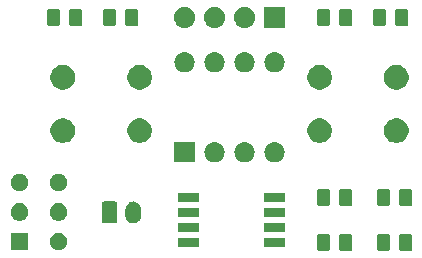
<source format=gbr>
G04 #@! TF.GenerationSoftware,KiCad,Pcbnew,(5.0.1-3-g963ef8bb5)*
G04 #@! TF.CreationDate,2019-02-13T22:27:56+01:00*
G04 #@! TF.ProjectId,main,6D61696E2E6B696361645F7063620000,rev?*
G04 #@! TF.SameCoordinates,Original*
G04 #@! TF.FileFunction,Soldermask,Top*
G04 #@! TF.FilePolarity,Negative*
%FSLAX46Y46*%
G04 Gerber Fmt 4.6, Leading zero omitted, Abs format (unit mm)*
G04 Created by KiCad (PCBNEW (5.0.1-3-g963ef8bb5)) date 2019 February 13, Wednesday 22:27:56*
%MOMM*%
%LPD*%
G01*
G04 APERTURE LIST*
%ADD10C,0.100000*%
G04 APERTURE END LIST*
D10*
G36*
X102909466Y-113553565D02*
X102948137Y-113565296D01*
X102983779Y-113584348D01*
X103015017Y-113609983D01*
X103040652Y-113641221D01*
X103059704Y-113676863D01*
X103071435Y-113715534D01*
X103076000Y-113761888D01*
X103076000Y-114838112D01*
X103071435Y-114884466D01*
X103059704Y-114923137D01*
X103040652Y-114958779D01*
X103015017Y-114990017D01*
X102983779Y-115015652D01*
X102948137Y-115034704D01*
X102909466Y-115046435D01*
X102863112Y-115051000D01*
X102211888Y-115051000D01*
X102165534Y-115046435D01*
X102126863Y-115034704D01*
X102091221Y-115015652D01*
X102059983Y-114990017D01*
X102034348Y-114958779D01*
X102015296Y-114923137D01*
X102003565Y-114884466D01*
X101999000Y-114838112D01*
X101999000Y-113761888D01*
X102003565Y-113715534D01*
X102015296Y-113676863D01*
X102034348Y-113641221D01*
X102059983Y-113609983D01*
X102091221Y-113584348D01*
X102126863Y-113565296D01*
X102165534Y-113553565D01*
X102211888Y-113549000D01*
X102863112Y-113549000D01*
X102909466Y-113553565D01*
X102909466Y-113553565D01*
G37*
G36*
X101034466Y-113553565D02*
X101073137Y-113565296D01*
X101108779Y-113584348D01*
X101140017Y-113609983D01*
X101165652Y-113641221D01*
X101184704Y-113676863D01*
X101196435Y-113715534D01*
X101201000Y-113761888D01*
X101201000Y-114838112D01*
X101196435Y-114884466D01*
X101184704Y-114923137D01*
X101165652Y-114958779D01*
X101140017Y-114990017D01*
X101108779Y-115015652D01*
X101073137Y-115034704D01*
X101034466Y-115046435D01*
X100988112Y-115051000D01*
X100336888Y-115051000D01*
X100290534Y-115046435D01*
X100251863Y-115034704D01*
X100216221Y-115015652D01*
X100184983Y-114990017D01*
X100159348Y-114958779D01*
X100140296Y-114923137D01*
X100128565Y-114884466D01*
X100124000Y-114838112D01*
X100124000Y-113761888D01*
X100128565Y-113715534D01*
X100140296Y-113676863D01*
X100159348Y-113641221D01*
X100184983Y-113609983D01*
X100216221Y-113584348D01*
X100251863Y-113565296D01*
X100290534Y-113553565D01*
X100336888Y-113549000D01*
X100988112Y-113549000D01*
X101034466Y-113553565D01*
X101034466Y-113553565D01*
G37*
G36*
X97829466Y-113553565D02*
X97868137Y-113565296D01*
X97903779Y-113584348D01*
X97935017Y-113609983D01*
X97960652Y-113641221D01*
X97979704Y-113676863D01*
X97991435Y-113715534D01*
X97996000Y-113761888D01*
X97996000Y-114838112D01*
X97991435Y-114884466D01*
X97979704Y-114923137D01*
X97960652Y-114958779D01*
X97935017Y-114990017D01*
X97903779Y-115015652D01*
X97868137Y-115034704D01*
X97829466Y-115046435D01*
X97783112Y-115051000D01*
X97131888Y-115051000D01*
X97085534Y-115046435D01*
X97046863Y-115034704D01*
X97011221Y-115015652D01*
X96979983Y-114990017D01*
X96954348Y-114958779D01*
X96935296Y-114923137D01*
X96923565Y-114884466D01*
X96919000Y-114838112D01*
X96919000Y-113761888D01*
X96923565Y-113715534D01*
X96935296Y-113676863D01*
X96954348Y-113641221D01*
X96979983Y-113609983D01*
X97011221Y-113584348D01*
X97046863Y-113565296D01*
X97085534Y-113553565D01*
X97131888Y-113549000D01*
X97783112Y-113549000D01*
X97829466Y-113553565D01*
X97829466Y-113553565D01*
G37*
G36*
X95954466Y-113553565D02*
X95993137Y-113565296D01*
X96028779Y-113584348D01*
X96060017Y-113609983D01*
X96085652Y-113641221D01*
X96104704Y-113676863D01*
X96116435Y-113715534D01*
X96121000Y-113761888D01*
X96121000Y-114838112D01*
X96116435Y-114884466D01*
X96104704Y-114923137D01*
X96085652Y-114958779D01*
X96060017Y-114990017D01*
X96028779Y-115015652D01*
X95993137Y-115034704D01*
X95954466Y-115046435D01*
X95908112Y-115051000D01*
X95256888Y-115051000D01*
X95210534Y-115046435D01*
X95171863Y-115034704D01*
X95136221Y-115015652D01*
X95104983Y-114990017D01*
X95079348Y-114958779D01*
X95060296Y-114923137D01*
X95048565Y-114884466D01*
X95044000Y-114838112D01*
X95044000Y-113761888D01*
X95048565Y-113715534D01*
X95060296Y-113676863D01*
X95079348Y-113641221D01*
X95104983Y-113609983D01*
X95136221Y-113584348D01*
X95171863Y-113565296D01*
X95210534Y-113553565D01*
X95256888Y-113549000D01*
X95908112Y-113549000D01*
X95954466Y-113553565D01*
X95954466Y-113553565D01*
G37*
G36*
X73282004Y-113480544D02*
X73369059Y-113497860D01*
X73505732Y-113554472D01*
X73565454Y-113594377D01*
X73628738Y-113636662D01*
X73733338Y-113741262D01*
X73733340Y-113741265D01*
X73815528Y-113864268D01*
X73872140Y-114000941D01*
X73901000Y-114146033D01*
X73901000Y-114293967D01*
X73872140Y-114439059D01*
X73815528Y-114575732D01*
X73815527Y-114575733D01*
X73733338Y-114698738D01*
X73628738Y-114803338D01*
X73628735Y-114803340D01*
X73505732Y-114885528D01*
X73369059Y-114942140D01*
X73285407Y-114958779D01*
X73223969Y-114971000D01*
X73076031Y-114971000D01*
X73014593Y-114958779D01*
X72930941Y-114942140D01*
X72794268Y-114885528D01*
X72671265Y-114803340D01*
X72671262Y-114803338D01*
X72566662Y-114698738D01*
X72484473Y-114575733D01*
X72484472Y-114575732D01*
X72427860Y-114439059D01*
X72399000Y-114293967D01*
X72399000Y-114146033D01*
X72427860Y-114000941D01*
X72484472Y-113864268D01*
X72566660Y-113741265D01*
X72566662Y-113741262D01*
X72671262Y-113636662D01*
X72734546Y-113594377D01*
X72794268Y-113554472D01*
X72930941Y-113497860D01*
X73017996Y-113480544D01*
X73076031Y-113469000D01*
X73223969Y-113469000D01*
X73282004Y-113480544D01*
X73282004Y-113480544D01*
G37*
G36*
X70601000Y-114971000D02*
X69099000Y-114971000D01*
X69099000Y-113469000D01*
X70601000Y-113469000D01*
X70601000Y-114971000D01*
X70601000Y-114971000D01*
G37*
G36*
X92341000Y-114676000D02*
X90539000Y-114676000D01*
X90539000Y-113924000D01*
X92341000Y-113924000D01*
X92341000Y-114676000D01*
X92341000Y-114676000D01*
G37*
G36*
X85041000Y-114676000D02*
X83239000Y-114676000D01*
X83239000Y-113924000D01*
X85041000Y-113924000D01*
X85041000Y-114676000D01*
X85041000Y-114676000D01*
G37*
G36*
X92341000Y-113406000D02*
X90539000Y-113406000D01*
X90539000Y-112654000D01*
X92341000Y-112654000D01*
X92341000Y-113406000D01*
X92341000Y-113406000D01*
G37*
G36*
X85041000Y-113406000D02*
X83239000Y-113406000D01*
X83239000Y-112654000D01*
X85041000Y-112654000D01*
X85041000Y-113406000D01*
X85041000Y-113406000D01*
G37*
G36*
X79597617Y-110843420D02*
X79679426Y-110868237D01*
X79720332Y-110880645D01*
X79742544Y-110892518D01*
X79833425Y-110941095D01*
X79833427Y-110941096D01*
X79833426Y-110941096D01*
X79906965Y-111001447D01*
X79932553Y-111022447D01*
X80013905Y-111121574D01*
X80013906Y-111121576D01*
X80074355Y-111234667D01*
X80076356Y-111241265D01*
X80111580Y-111357382D01*
X80121000Y-111453027D01*
X80121000Y-112066973D01*
X80111580Y-112162618D01*
X80100624Y-112198735D01*
X80074355Y-112285333D01*
X80064731Y-112303338D01*
X80013905Y-112398426D01*
X79932553Y-112497553D01*
X79833426Y-112578905D01*
X79833424Y-112578906D01*
X79720333Y-112639355D01*
X79679427Y-112651763D01*
X79597618Y-112676580D01*
X79470000Y-112689149D01*
X79342383Y-112676580D01*
X79260574Y-112651763D01*
X79219668Y-112639355D01*
X79106577Y-112578906D01*
X79106575Y-112578905D01*
X79007448Y-112497553D01*
X78926095Y-112398426D01*
X78875269Y-112303338D01*
X78865645Y-112285333D01*
X78839376Y-112198735D01*
X78828420Y-112162618D01*
X78819000Y-112066973D01*
X78819000Y-111453028D01*
X78828420Y-111357383D01*
X78863645Y-111241262D01*
X78865645Y-111234668D01*
X78918032Y-111136660D01*
X78926095Y-111121575D01*
X79007447Y-111022447D01*
X79106574Y-110941095D01*
X79141400Y-110922480D01*
X79219667Y-110880645D01*
X79260573Y-110868237D01*
X79342382Y-110843420D01*
X79470000Y-110830851D01*
X79597617Y-110843420D01*
X79597617Y-110843420D01*
G37*
G36*
X77961242Y-110838404D02*
X77998339Y-110849657D01*
X78032520Y-110867927D01*
X78062482Y-110892518D01*
X78087073Y-110922480D01*
X78105343Y-110956661D01*
X78116596Y-110993758D01*
X78121000Y-111038473D01*
X78121000Y-112481527D01*
X78116596Y-112526242D01*
X78105343Y-112563339D01*
X78087073Y-112597520D01*
X78062482Y-112627482D01*
X78032520Y-112652073D01*
X77998339Y-112670343D01*
X77961242Y-112681596D01*
X77916527Y-112686000D01*
X77023473Y-112686000D01*
X76978758Y-112681596D01*
X76941661Y-112670343D01*
X76907480Y-112652073D01*
X76877518Y-112627482D01*
X76852927Y-112597520D01*
X76834657Y-112563339D01*
X76823404Y-112526242D01*
X76819000Y-112481527D01*
X76819000Y-111038473D01*
X76823404Y-110993758D01*
X76834657Y-110956661D01*
X76852927Y-110922480D01*
X76877518Y-110892518D01*
X76907480Y-110867927D01*
X76941661Y-110849657D01*
X76978758Y-110838404D01*
X77023473Y-110834000D01*
X77916527Y-110834000D01*
X77961242Y-110838404D01*
X77961242Y-110838404D01*
G37*
G36*
X69982004Y-110980544D02*
X70069059Y-110997860D01*
X70205732Y-111054472D01*
X70306157Y-111121574D01*
X70328738Y-111136662D01*
X70433338Y-111241262D01*
X70433340Y-111241265D01*
X70515528Y-111364268D01*
X70572140Y-111500941D01*
X70601000Y-111646033D01*
X70601000Y-111793967D01*
X70572140Y-111939059D01*
X70515528Y-112075732D01*
X70515527Y-112075733D01*
X70433338Y-112198738D01*
X70328738Y-112303338D01*
X70328735Y-112303340D01*
X70205732Y-112385528D01*
X70069059Y-112442140D01*
X69982004Y-112459456D01*
X69923969Y-112471000D01*
X69776031Y-112471000D01*
X69717996Y-112459456D01*
X69630941Y-112442140D01*
X69494268Y-112385528D01*
X69371265Y-112303340D01*
X69371262Y-112303338D01*
X69266662Y-112198738D01*
X69184473Y-112075733D01*
X69184472Y-112075732D01*
X69127860Y-111939059D01*
X69099000Y-111793967D01*
X69099000Y-111646033D01*
X69127860Y-111500941D01*
X69184472Y-111364268D01*
X69266660Y-111241265D01*
X69266662Y-111241262D01*
X69371262Y-111136662D01*
X69393843Y-111121574D01*
X69494268Y-111054472D01*
X69630941Y-110997860D01*
X69717996Y-110980544D01*
X69776031Y-110969000D01*
X69923969Y-110969000D01*
X69982004Y-110980544D01*
X69982004Y-110980544D01*
G37*
G36*
X73282004Y-110980544D02*
X73369059Y-110997860D01*
X73505732Y-111054472D01*
X73606157Y-111121574D01*
X73628738Y-111136662D01*
X73733338Y-111241262D01*
X73733340Y-111241265D01*
X73815528Y-111364268D01*
X73872140Y-111500941D01*
X73901000Y-111646033D01*
X73901000Y-111793967D01*
X73872140Y-111939059D01*
X73815528Y-112075732D01*
X73815527Y-112075733D01*
X73733338Y-112198738D01*
X73628738Y-112303338D01*
X73628735Y-112303340D01*
X73505732Y-112385528D01*
X73369059Y-112442140D01*
X73282004Y-112459456D01*
X73223969Y-112471000D01*
X73076031Y-112471000D01*
X73017996Y-112459456D01*
X72930941Y-112442140D01*
X72794268Y-112385528D01*
X72671265Y-112303340D01*
X72671262Y-112303338D01*
X72566662Y-112198738D01*
X72484473Y-112075733D01*
X72484472Y-112075732D01*
X72427860Y-111939059D01*
X72399000Y-111793967D01*
X72399000Y-111646033D01*
X72427860Y-111500941D01*
X72484472Y-111364268D01*
X72566660Y-111241265D01*
X72566662Y-111241262D01*
X72671262Y-111136662D01*
X72693843Y-111121574D01*
X72794268Y-111054472D01*
X72930941Y-110997860D01*
X73017996Y-110980544D01*
X73076031Y-110969000D01*
X73223969Y-110969000D01*
X73282004Y-110980544D01*
X73282004Y-110980544D01*
G37*
G36*
X92341000Y-112136000D02*
X90539000Y-112136000D01*
X90539000Y-111384000D01*
X92341000Y-111384000D01*
X92341000Y-112136000D01*
X92341000Y-112136000D01*
G37*
G36*
X85041000Y-112136000D02*
X83239000Y-112136000D01*
X83239000Y-111384000D01*
X85041000Y-111384000D01*
X85041000Y-112136000D01*
X85041000Y-112136000D01*
G37*
G36*
X95954466Y-109743565D02*
X95993137Y-109755296D01*
X96028779Y-109774348D01*
X96060017Y-109799983D01*
X96085652Y-109831221D01*
X96104704Y-109866863D01*
X96116435Y-109905534D01*
X96121000Y-109951888D01*
X96121000Y-111028112D01*
X96116435Y-111074466D01*
X96104704Y-111113137D01*
X96085652Y-111148779D01*
X96060017Y-111180017D01*
X96028779Y-111205652D01*
X95993137Y-111224704D01*
X95954466Y-111236435D01*
X95908112Y-111241000D01*
X95256888Y-111241000D01*
X95210534Y-111236435D01*
X95171863Y-111224704D01*
X95136221Y-111205652D01*
X95104983Y-111180017D01*
X95079348Y-111148779D01*
X95060296Y-111113137D01*
X95048565Y-111074466D01*
X95044000Y-111028112D01*
X95044000Y-109951888D01*
X95048565Y-109905534D01*
X95060296Y-109866863D01*
X95079348Y-109831221D01*
X95104983Y-109799983D01*
X95136221Y-109774348D01*
X95171863Y-109755296D01*
X95210534Y-109743565D01*
X95256888Y-109739000D01*
X95908112Y-109739000D01*
X95954466Y-109743565D01*
X95954466Y-109743565D01*
G37*
G36*
X97829466Y-109743565D02*
X97868137Y-109755296D01*
X97903779Y-109774348D01*
X97935017Y-109799983D01*
X97960652Y-109831221D01*
X97979704Y-109866863D01*
X97991435Y-109905534D01*
X97996000Y-109951888D01*
X97996000Y-111028112D01*
X97991435Y-111074466D01*
X97979704Y-111113137D01*
X97960652Y-111148779D01*
X97935017Y-111180017D01*
X97903779Y-111205652D01*
X97868137Y-111224704D01*
X97829466Y-111236435D01*
X97783112Y-111241000D01*
X97131888Y-111241000D01*
X97085534Y-111236435D01*
X97046863Y-111224704D01*
X97011221Y-111205652D01*
X96979983Y-111180017D01*
X96954348Y-111148779D01*
X96935296Y-111113137D01*
X96923565Y-111074466D01*
X96919000Y-111028112D01*
X96919000Y-109951888D01*
X96923565Y-109905534D01*
X96935296Y-109866863D01*
X96954348Y-109831221D01*
X96979983Y-109799983D01*
X97011221Y-109774348D01*
X97046863Y-109755296D01*
X97085534Y-109743565D01*
X97131888Y-109739000D01*
X97783112Y-109739000D01*
X97829466Y-109743565D01*
X97829466Y-109743565D01*
G37*
G36*
X101034466Y-109743565D02*
X101073137Y-109755296D01*
X101108779Y-109774348D01*
X101140017Y-109799983D01*
X101165652Y-109831221D01*
X101184704Y-109866863D01*
X101196435Y-109905534D01*
X101201000Y-109951888D01*
X101201000Y-111028112D01*
X101196435Y-111074466D01*
X101184704Y-111113137D01*
X101165652Y-111148779D01*
X101140017Y-111180017D01*
X101108779Y-111205652D01*
X101073137Y-111224704D01*
X101034466Y-111236435D01*
X100988112Y-111241000D01*
X100336888Y-111241000D01*
X100290534Y-111236435D01*
X100251863Y-111224704D01*
X100216221Y-111205652D01*
X100184983Y-111180017D01*
X100159348Y-111148779D01*
X100140296Y-111113137D01*
X100128565Y-111074466D01*
X100124000Y-111028112D01*
X100124000Y-109951888D01*
X100128565Y-109905534D01*
X100140296Y-109866863D01*
X100159348Y-109831221D01*
X100184983Y-109799983D01*
X100216221Y-109774348D01*
X100251863Y-109755296D01*
X100290534Y-109743565D01*
X100336888Y-109739000D01*
X100988112Y-109739000D01*
X101034466Y-109743565D01*
X101034466Y-109743565D01*
G37*
G36*
X102909466Y-109743565D02*
X102948137Y-109755296D01*
X102983779Y-109774348D01*
X103015017Y-109799983D01*
X103040652Y-109831221D01*
X103059704Y-109866863D01*
X103071435Y-109905534D01*
X103076000Y-109951888D01*
X103076000Y-111028112D01*
X103071435Y-111074466D01*
X103059704Y-111113137D01*
X103040652Y-111148779D01*
X103015017Y-111180017D01*
X102983779Y-111205652D01*
X102948137Y-111224704D01*
X102909466Y-111236435D01*
X102863112Y-111241000D01*
X102211888Y-111241000D01*
X102165534Y-111236435D01*
X102126863Y-111224704D01*
X102091221Y-111205652D01*
X102059983Y-111180017D01*
X102034348Y-111148779D01*
X102015296Y-111113137D01*
X102003565Y-111074466D01*
X101999000Y-111028112D01*
X101999000Y-109951888D01*
X102003565Y-109905534D01*
X102015296Y-109866863D01*
X102034348Y-109831221D01*
X102059983Y-109799983D01*
X102091221Y-109774348D01*
X102126863Y-109755296D01*
X102165534Y-109743565D01*
X102211888Y-109739000D01*
X102863112Y-109739000D01*
X102909466Y-109743565D01*
X102909466Y-109743565D01*
G37*
G36*
X85041000Y-110866000D02*
X83239000Y-110866000D01*
X83239000Y-110114000D01*
X85041000Y-110114000D01*
X85041000Y-110866000D01*
X85041000Y-110866000D01*
G37*
G36*
X92341000Y-110866000D02*
X90539000Y-110866000D01*
X90539000Y-110114000D01*
X92341000Y-110114000D01*
X92341000Y-110866000D01*
X92341000Y-110866000D01*
G37*
G36*
X73282004Y-108480544D02*
X73369059Y-108497860D01*
X73505732Y-108554472D01*
X73505733Y-108554473D01*
X73628738Y-108636662D01*
X73733338Y-108741262D01*
X73733340Y-108741265D01*
X73815528Y-108864268D01*
X73872140Y-109000941D01*
X73901000Y-109146033D01*
X73901000Y-109293967D01*
X73872140Y-109439059D01*
X73815528Y-109575732D01*
X73815527Y-109575733D01*
X73733338Y-109698738D01*
X73628738Y-109803338D01*
X73628735Y-109803340D01*
X73505732Y-109885528D01*
X73369059Y-109942140D01*
X73300776Y-109955722D01*
X73223969Y-109971000D01*
X73076031Y-109971000D01*
X72999224Y-109955722D01*
X72930941Y-109942140D01*
X72794268Y-109885528D01*
X72671265Y-109803340D01*
X72671262Y-109803338D01*
X72566662Y-109698738D01*
X72484473Y-109575733D01*
X72484472Y-109575732D01*
X72427860Y-109439059D01*
X72399000Y-109293967D01*
X72399000Y-109146033D01*
X72427860Y-109000941D01*
X72484472Y-108864268D01*
X72566660Y-108741265D01*
X72566662Y-108741262D01*
X72671262Y-108636662D01*
X72794267Y-108554473D01*
X72794268Y-108554472D01*
X72930941Y-108497860D01*
X73017996Y-108480544D01*
X73076031Y-108469000D01*
X73223969Y-108469000D01*
X73282004Y-108480544D01*
X73282004Y-108480544D01*
G37*
G36*
X69982004Y-108480544D02*
X70069059Y-108497860D01*
X70205732Y-108554472D01*
X70205733Y-108554473D01*
X70328738Y-108636662D01*
X70433338Y-108741262D01*
X70433340Y-108741265D01*
X70515528Y-108864268D01*
X70572140Y-109000941D01*
X70601000Y-109146033D01*
X70601000Y-109293967D01*
X70572140Y-109439059D01*
X70515528Y-109575732D01*
X70515527Y-109575733D01*
X70433338Y-109698738D01*
X70328738Y-109803338D01*
X70328735Y-109803340D01*
X70205732Y-109885528D01*
X70069059Y-109942140D01*
X70000776Y-109955722D01*
X69923969Y-109971000D01*
X69776031Y-109971000D01*
X69699224Y-109955722D01*
X69630941Y-109942140D01*
X69494268Y-109885528D01*
X69371265Y-109803340D01*
X69371262Y-109803338D01*
X69266662Y-109698738D01*
X69184473Y-109575733D01*
X69184472Y-109575732D01*
X69127860Y-109439059D01*
X69099000Y-109293967D01*
X69099000Y-109146033D01*
X69127860Y-109000941D01*
X69184472Y-108864268D01*
X69266660Y-108741265D01*
X69266662Y-108741262D01*
X69371262Y-108636662D01*
X69494267Y-108554473D01*
X69494268Y-108554472D01*
X69630941Y-108497860D01*
X69717996Y-108480544D01*
X69776031Y-108469000D01*
X69923969Y-108469000D01*
X69982004Y-108480544D01*
X69982004Y-108480544D01*
G37*
G36*
X84671000Y-107531000D02*
X82969000Y-107531000D01*
X82969000Y-105829000D01*
X84671000Y-105829000D01*
X84671000Y-107531000D01*
X84671000Y-107531000D01*
G37*
G36*
X91606821Y-105841313D02*
X91606824Y-105841314D01*
X91606825Y-105841314D01*
X91767239Y-105889975D01*
X91767241Y-105889976D01*
X91767244Y-105889977D01*
X91915078Y-105968995D01*
X92044659Y-106075341D01*
X92151005Y-106204922D01*
X92230023Y-106352756D01*
X92278687Y-106513179D01*
X92295117Y-106680000D01*
X92278687Y-106846821D01*
X92230023Y-107007244D01*
X92151005Y-107155078D01*
X92044659Y-107284659D01*
X91915078Y-107391005D01*
X91767244Y-107470023D01*
X91767241Y-107470024D01*
X91767239Y-107470025D01*
X91606825Y-107518686D01*
X91606824Y-107518686D01*
X91606821Y-107518687D01*
X91481804Y-107531000D01*
X91398196Y-107531000D01*
X91273179Y-107518687D01*
X91273176Y-107518686D01*
X91273175Y-107518686D01*
X91112761Y-107470025D01*
X91112759Y-107470024D01*
X91112756Y-107470023D01*
X90964922Y-107391005D01*
X90835341Y-107284659D01*
X90728995Y-107155078D01*
X90649977Y-107007244D01*
X90601313Y-106846821D01*
X90584883Y-106680000D01*
X90601313Y-106513179D01*
X90649977Y-106352756D01*
X90728995Y-106204922D01*
X90835341Y-106075341D01*
X90964922Y-105968995D01*
X91112756Y-105889977D01*
X91112759Y-105889976D01*
X91112761Y-105889975D01*
X91273175Y-105841314D01*
X91273176Y-105841314D01*
X91273179Y-105841313D01*
X91398196Y-105829000D01*
X91481804Y-105829000D01*
X91606821Y-105841313D01*
X91606821Y-105841313D01*
G37*
G36*
X89066821Y-105841313D02*
X89066824Y-105841314D01*
X89066825Y-105841314D01*
X89227239Y-105889975D01*
X89227241Y-105889976D01*
X89227244Y-105889977D01*
X89375078Y-105968995D01*
X89504659Y-106075341D01*
X89611005Y-106204922D01*
X89690023Y-106352756D01*
X89738687Y-106513179D01*
X89755117Y-106680000D01*
X89738687Y-106846821D01*
X89690023Y-107007244D01*
X89611005Y-107155078D01*
X89504659Y-107284659D01*
X89375078Y-107391005D01*
X89227244Y-107470023D01*
X89227241Y-107470024D01*
X89227239Y-107470025D01*
X89066825Y-107518686D01*
X89066824Y-107518686D01*
X89066821Y-107518687D01*
X88941804Y-107531000D01*
X88858196Y-107531000D01*
X88733179Y-107518687D01*
X88733176Y-107518686D01*
X88733175Y-107518686D01*
X88572761Y-107470025D01*
X88572759Y-107470024D01*
X88572756Y-107470023D01*
X88424922Y-107391005D01*
X88295341Y-107284659D01*
X88188995Y-107155078D01*
X88109977Y-107007244D01*
X88061313Y-106846821D01*
X88044883Y-106680000D01*
X88061313Y-106513179D01*
X88109977Y-106352756D01*
X88188995Y-106204922D01*
X88295341Y-106075341D01*
X88424922Y-105968995D01*
X88572756Y-105889977D01*
X88572759Y-105889976D01*
X88572761Y-105889975D01*
X88733175Y-105841314D01*
X88733176Y-105841314D01*
X88733179Y-105841313D01*
X88858196Y-105829000D01*
X88941804Y-105829000D01*
X89066821Y-105841313D01*
X89066821Y-105841313D01*
G37*
G36*
X86526821Y-105841313D02*
X86526824Y-105841314D01*
X86526825Y-105841314D01*
X86687239Y-105889975D01*
X86687241Y-105889976D01*
X86687244Y-105889977D01*
X86835078Y-105968995D01*
X86964659Y-106075341D01*
X87071005Y-106204922D01*
X87150023Y-106352756D01*
X87198687Y-106513179D01*
X87215117Y-106680000D01*
X87198687Y-106846821D01*
X87150023Y-107007244D01*
X87071005Y-107155078D01*
X86964659Y-107284659D01*
X86835078Y-107391005D01*
X86687244Y-107470023D01*
X86687241Y-107470024D01*
X86687239Y-107470025D01*
X86526825Y-107518686D01*
X86526824Y-107518686D01*
X86526821Y-107518687D01*
X86401804Y-107531000D01*
X86318196Y-107531000D01*
X86193179Y-107518687D01*
X86193176Y-107518686D01*
X86193175Y-107518686D01*
X86032761Y-107470025D01*
X86032759Y-107470024D01*
X86032756Y-107470023D01*
X85884922Y-107391005D01*
X85755341Y-107284659D01*
X85648995Y-107155078D01*
X85569977Y-107007244D01*
X85521313Y-106846821D01*
X85504883Y-106680000D01*
X85521313Y-106513179D01*
X85569977Y-106352756D01*
X85648995Y-106204922D01*
X85755341Y-106075341D01*
X85884922Y-105968995D01*
X86032756Y-105889977D01*
X86032759Y-105889976D01*
X86032761Y-105889975D01*
X86193175Y-105841314D01*
X86193176Y-105841314D01*
X86193179Y-105841313D01*
X86318196Y-105829000D01*
X86401804Y-105829000D01*
X86526821Y-105841313D01*
X86526821Y-105841313D01*
G37*
G36*
X73816565Y-103819389D02*
X74007834Y-103898615D01*
X74179976Y-104013637D01*
X74326363Y-104160024D01*
X74441385Y-104332166D01*
X74520611Y-104523435D01*
X74561000Y-104726484D01*
X74561000Y-104933516D01*
X74520611Y-105136565D01*
X74441385Y-105327834D01*
X74326363Y-105499976D01*
X74179976Y-105646363D01*
X74007834Y-105761385D01*
X73816565Y-105840611D01*
X73613516Y-105881000D01*
X73406484Y-105881000D01*
X73203435Y-105840611D01*
X73012166Y-105761385D01*
X72840024Y-105646363D01*
X72693637Y-105499976D01*
X72578615Y-105327834D01*
X72499389Y-105136565D01*
X72459000Y-104933516D01*
X72459000Y-104726484D01*
X72499389Y-104523435D01*
X72578615Y-104332166D01*
X72693637Y-104160024D01*
X72840024Y-104013637D01*
X73012166Y-103898615D01*
X73203435Y-103819389D01*
X73406484Y-103779000D01*
X73613516Y-103779000D01*
X73816565Y-103819389D01*
X73816565Y-103819389D01*
G37*
G36*
X102056565Y-103819389D02*
X102247834Y-103898615D01*
X102419976Y-104013637D01*
X102566363Y-104160024D01*
X102681385Y-104332166D01*
X102760611Y-104523435D01*
X102801000Y-104726484D01*
X102801000Y-104933516D01*
X102760611Y-105136565D01*
X102681385Y-105327834D01*
X102566363Y-105499976D01*
X102419976Y-105646363D01*
X102247834Y-105761385D01*
X102056565Y-105840611D01*
X101853516Y-105881000D01*
X101646484Y-105881000D01*
X101443435Y-105840611D01*
X101252166Y-105761385D01*
X101080024Y-105646363D01*
X100933637Y-105499976D01*
X100818615Y-105327834D01*
X100739389Y-105136565D01*
X100699000Y-104933516D01*
X100699000Y-104726484D01*
X100739389Y-104523435D01*
X100818615Y-104332166D01*
X100933637Y-104160024D01*
X101080024Y-104013637D01*
X101252166Y-103898615D01*
X101443435Y-103819389D01*
X101646484Y-103779000D01*
X101853516Y-103779000D01*
X102056565Y-103819389D01*
X102056565Y-103819389D01*
G37*
G36*
X95556565Y-103819389D02*
X95747834Y-103898615D01*
X95919976Y-104013637D01*
X96066363Y-104160024D01*
X96181385Y-104332166D01*
X96260611Y-104523435D01*
X96301000Y-104726484D01*
X96301000Y-104933516D01*
X96260611Y-105136565D01*
X96181385Y-105327834D01*
X96066363Y-105499976D01*
X95919976Y-105646363D01*
X95747834Y-105761385D01*
X95556565Y-105840611D01*
X95353516Y-105881000D01*
X95146484Y-105881000D01*
X94943435Y-105840611D01*
X94752166Y-105761385D01*
X94580024Y-105646363D01*
X94433637Y-105499976D01*
X94318615Y-105327834D01*
X94239389Y-105136565D01*
X94199000Y-104933516D01*
X94199000Y-104726484D01*
X94239389Y-104523435D01*
X94318615Y-104332166D01*
X94433637Y-104160024D01*
X94580024Y-104013637D01*
X94752166Y-103898615D01*
X94943435Y-103819389D01*
X95146484Y-103779000D01*
X95353516Y-103779000D01*
X95556565Y-103819389D01*
X95556565Y-103819389D01*
G37*
G36*
X80316565Y-103819389D02*
X80507834Y-103898615D01*
X80679976Y-104013637D01*
X80826363Y-104160024D01*
X80941385Y-104332166D01*
X81020611Y-104523435D01*
X81061000Y-104726484D01*
X81061000Y-104933516D01*
X81020611Y-105136565D01*
X80941385Y-105327834D01*
X80826363Y-105499976D01*
X80679976Y-105646363D01*
X80507834Y-105761385D01*
X80316565Y-105840611D01*
X80113516Y-105881000D01*
X79906484Y-105881000D01*
X79703435Y-105840611D01*
X79512166Y-105761385D01*
X79340024Y-105646363D01*
X79193637Y-105499976D01*
X79078615Y-105327834D01*
X78999389Y-105136565D01*
X78959000Y-104933516D01*
X78959000Y-104726484D01*
X78999389Y-104523435D01*
X79078615Y-104332166D01*
X79193637Y-104160024D01*
X79340024Y-104013637D01*
X79512166Y-103898615D01*
X79703435Y-103819389D01*
X79906484Y-103779000D01*
X80113516Y-103779000D01*
X80316565Y-103819389D01*
X80316565Y-103819389D01*
G37*
G36*
X73816565Y-99319389D02*
X74007834Y-99398615D01*
X74179976Y-99513637D01*
X74326363Y-99660024D01*
X74441385Y-99832166D01*
X74520611Y-100023435D01*
X74561000Y-100226484D01*
X74561000Y-100433516D01*
X74520611Y-100636565D01*
X74441385Y-100827834D01*
X74326363Y-100999976D01*
X74179976Y-101146363D01*
X74007834Y-101261385D01*
X73816565Y-101340611D01*
X73613516Y-101381000D01*
X73406484Y-101381000D01*
X73203435Y-101340611D01*
X73012166Y-101261385D01*
X72840024Y-101146363D01*
X72693637Y-100999976D01*
X72578615Y-100827834D01*
X72499389Y-100636565D01*
X72459000Y-100433516D01*
X72459000Y-100226484D01*
X72499389Y-100023435D01*
X72578615Y-99832166D01*
X72693637Y-99660024D01*
X72840024Y-99513637D01*
X73012166Y-99398615D01*
X73203435Y-99319389D01*
X73406484Y-99279000D01*
X73613516Y-99279000D01*
X73816565Y-99319389D01*
X73816565Y-99319389D01*
G37*
G36*
X80316565Y-99319389D02*
X80507834Y-99398615D01*
X80679976Y-99513637D01*
X80826363Y-99660024D01*
X80941385Y-99832166D01*
X81020611Y-100023435D01*
X81061000Y-100226484D01*
X81061000Y-100433516D01*
X81020611Y-100636565D01*
X80941385Y-100827834D01*
X80826363Y-100999976D01*
X80679976Y-101146363D01*
X80507834Y-101261385D01*
X80316565Y-101340611D01*
X80113516Y-101381000D01*
X79906484Y-101381000D01*
X79703435Y-101340611D01*
X79512166Y-101261385D01*
X79340024Y-101146363D01*
X79193637Y-100999976D01*
X79078615Y-100827834D01*
X78999389Y-100636565D01*
X78959000Y-100433516D01*
X78959000Y-100226484D01*
X78999389Y-100023435D01*
X79078615Y-99832166D01*
X79193637Y-99660024D01*
X79340024Y-99513637D01*
X79512166Y-99398615D01*
X79703435Y-99319389D01*
X79906484Y-99279000D01*
X80113516Y-99279000D01*
X80316565Y-99319389D01*
X80316565Y-99319389D01*
G37*
G36*
X102056565Y-99319389D02*
X102247834Y-99398615D01*
X102419976Y-99513637D01*
X102566363Y-99660024D01*
X102681385Y-99832166D01*
X102760611Y-100023435D01*
X102801000Y-100226484D01*
X102801000Y-100433516D01*
X102760611Y-100636565D01*
X102681385Y-100827834D01*
X102566363Y-100999976D01*
X102419976Y-101146363D01*
X102247834Y-101261385D01*
X102056565Y-101340611D01*
X101853516Y-101381000D01*
X101646484Y-101381000D01*
X101443435Y-101340611D01*
X101252166Y-101261385D01*
X101080024Y-101146363D01*
X100933637Y-100999976D01*
X100818615Y-100827834D01*
X100739389Y-100636565D01*
X100699000Y-100433516D01*
X100699000Y-100226484D01*
X100739389Y-100023435D01*
X100818615Y-99832166D01*
X100933637Y-99660024D01*
X101080024Y-99513637D01*
X101252166Y-99398615D01*
X101443435Y-99319389D01*
X101646484Y-99279000D01*
X101853516Y-99279000D01*
X102056565Y-99319389D01*
X102056565Y-99319389D01*
G37*
G36*
X95556565Y-99319389D02*
X95747834Y-99398615D01*
X95919976Y-99513637D01*
X96066363Y-99660024D01*
X96181385Y-99832166D01*
X96260611Y-100023435D01*
X96301000Y-100226484D01*
X96301000Y-100433516D01*
X96260611Y-100636565D01*
X96181385Y-100827834D01*
X96066363Y-100999976D01*
X95919976Y-101146363D01*
X95747834Y-101261385D01*
X95556565Y-101340611D01*
X95353516Y-101381000D01*
X95146484Y-101381000D01*
X94943435Y-101340611D01*
X94752166Y-101261385D01*
X94580024Y-101146363D01*
X94433637Y-100999976D01*
X94318615Y-100827834D01*
X94239389Y-100636565D01*
X94199000Y-100433516D01*
X94199000Y-100226484D01*
X94239389Y-100023435D01*
X94318615Y-99832166D01*
X94433637Y-99660024D01*
X94580024Y-99513637D01*
X94752166Y-99398615D01*
X94943435Y-99319389D01*
X95146484Y-99279000D01*
X95353516Y-99279000D01*
X95556565Y-99319389D01*
X95556565Y-99319389D01*
G37*
G36*
X91606821Y-98221313D02*
X91606824Y-98221314D01*
X91606825Y-98221314D01*
X91767239Y-98269975D01*
X91767241Y-98269976D01*
X91767244Y-98269977D01*
X91915078Y-98348995D01*
X92044659Y-98455341D01*
X92151005Y-98584922D01*
X92230023Y-98732756D01*
X92278687Y-98893179D01*
X92295117Y-99060000D01*
X92278687Y-99226821D01*
X92278686Y-99226824D01*
X92278686Y-99226825D01*
X92250607Y-99319390D01*
X92230023Y-99387244D01*
X92151005Y-99535078D01*
X92044659Y-99664659D01*
X91915078Y-99771005D01*
X91767244Y-99850023D01*
X91767241Y-99850024D01*
X91767239Y-99850025D01*
X91606825Y-99898686D01*
X91606824Y-99898686D01*
X91606821Y-99898687D01*
X91481804Y-99911000D01*
X91398196Y-99911000D01*
X91273179Y-99898687D01*
X91273176Y-99898686D01*
X91273175Y-99898686D01*
X91112761Y-99850025D01*
X91112759Y-99850024D01*
X91112756Y-99850023D01*
X90964922Y-99771005D01*
X90835341Y-99664659D01*
X90728995Y-99535078D01*
X90649977Y-99387244D01*
X90629394Y-99319390D01*
X90601314Y-99226825D01*
X90601314Y-99226824D01*
X90601313Y-99226821D01*
X90584883Y-99060000D01*
X90601313Y-98893179D01*
X90649977Y-98732756D01*
X90728995Y-98584922D01*
X90835341Y-98455341D01*
X90964922Y-98348995D01*
X91112756Y-98269977D01*
X91112759Y-98269976D01*
X91112761Y-98269975D01*
X91273175Y-98221314D01*
X91273176Y-98221314D01*
X91273179Y-98221313D01*
X91398196Y-98209000D01*
X91481804Y-98209000D01*
X91606821Y-98221313D01*
X91606821Y-98221313D01*
G37*
G36*
X86526821Y-98221313D02*
X86526824Y-98221314D01*
X86526825Y-98221314D01*
X86687239Y-98269975D01*
X86687241Y-98269976D01*
X86687244Y-98269977D01*
X86835078Y-98348995D01*
X86964659Y-98455341D01*
X87071005Y-98584922D01*
X87150023Y-98732756D01*
X87198687Y-98893179D01*
X87215117Y-99060000D01*
X87198687Y-99226821D01*
X87198686Y-99226824D01*
X87198686Y-99226825D01*
X87170607Y-99319390D01*
X87150023Y-99387244D01*
X87071005Y-99535078D01*
X86964659Y-99664659D01*
X86835078Y-99771005D01*
X86687244Y-99850023D01*
X86687241Y-99850024D01*
X86687239Y-99850025D01*
X86526825Y-99898686D01*
X86526824Y-99898686D01*
X86526821Y-99898687D01*
X86401804Y-99911000D01*
X86318196Y-99911000D01*
X86193179Y-99898687D01*
X86193176Y-99898686D01*
X86193175Y-99898686D01*
X86032761Y-99850025D01*
X86032759Y-99850024D01*
X86032756Y-99850023D01*
X85884922Y-99771005D01*
X85755341Y-99664659D01*
X85648995Y-99535078D01*
X85569977Y-99387244D01*
X85549394Y-99319390D01*
X85521314Y-99226825D01*
X85521314Y-99226824D01*
X85521313Y-99226821D01*
X85504883Y-99060000D01*
X85521313Y-98893179D01*
X85569977Y-98732756D01*
X85648995Y-98584922D01*
X85755341Y-98455341D01*
X85884922Y-98348995D01*
X86032756Y-98269977D01*
X86032759Y-98269976D01*
X86032761Y-98269975D01*
X86193175Y-98221314D01*
X86193176Y-98221314D01*
X86193179Y-98221313D01*
X86318196Y-98209000D01*
X86401804Y-98209000D01*
X86526821Y-98221313D01*
X86526821Y-98221313D01*
G37*
G36*
X83986821Y-98221313D02*
X83986824Y-98221314D01*
X83986825Y-98221314D01*
X84147239Y-98269975D01*
X84147241Y-98269976D01*
X84147244Y-98269977D01*
X84295078Y-98348995D01*
X84424659Y-98455341D01*
X84531005Y-98584922D01*
X84610023Y-98732756D01*
X84658687Y-98893179D01*
X84675117Y-99060000D01*
X84658687Y-99226821D01*
X84658686Y-99226824D01*
X84658686Y-99226825D01*
X84630607Y-99319390D01*
X84610023Y-99387244D01*
X84531005Y-99535078D01*
X84424659Y-99664659D01*
X84295078Y-99771005D01*
X84147244Y-99850023D01*
X84147241Y-99850024D01*
X84147239Y-99850025D01*
X83986825Y-99898686D01*
X83986824Y-99898686D01*
X83986821Y-99898687D01*
X83861804Y-99911000D01*
X83778196Y-99911000D01*
X83653179Y-99898687D01*
X83653176Y-99898686D01*
X83653175Y-99898686D01*
X83492761Y-99850025D01*
X83492759Y-99850024D01*
X83492756Y-99850023D01*
X83344922Y-99771005D01*
X83215341Y-99664659D01*
X83108995Y-99535078D01*
X83029977Y-99387244D01*
X83009394Y-99319390D01*
X82981314Y-99226825D01*
X82981314Y-99226824D01*
X82981313Y-99226821D01*
X82964883Y-99060000D01*
X82981313Y-98893179D01*
X83029977Y-98732756D01*
X83108995Y-98584922D01*
X83215341Y-98455341D01*
X83344922Y-98348995D01*
X83492756Y-98269977D01*
X83492759Y-98269976D01*
X83492761Y-98269975D01*
X83653175Y-98221314D01*
X83653176Y-98221314D01*
X83653179Y-98221313D01*
X83778196Y-98209000D01*
X83861804Y-98209000D01*
X83986821Y-98221313D01*
X83986821Y-98221313D01*
G37*
G36*
X89066821Y-98221313D02*
X89066824Y-98221314D01*
X89066825Y-98221314D01*
X89227239Y-98269975D01*
X89227241Y-98269976D01*
X89227244Y-98269977D01*
X89375078Y-98348995D01*
X89504659Y-98455341D01*
X89611005Y-98584922D01*
X89690023Y-98732756D01*
X89738687Y-98893179D01*
X89755117Y-99060000D01*
X89738687Y-99226821D01*
X89738686Y-99226824D01*
X89738686Y-99226825D01*
X89710607Y-99319390D01*
X89690023Y-99387244D01*
X89611005Y-99535078D01*
X89504659Y-99664659D01*
X89375078Y-99771005D01*
X89227244Y-99850023D01*
X89227241Y-99850024D01*
X89227239Y-99850025D01*
X89066825Y-99898686D01*
X89066824Y-99898686D01*
X89066821Y-99898687D01*
X88941804Y-99911000D01*
X88858196Y-99911000D01*
X88733179Y-99898687D01*
X88733176Y-99898686D01*
X88733175Y-99898686D01*
X88572761Y-99850025D01*
X88572759Y-99850024D01*
X88572756Y-99850023D01*
X88424922Y-99771005D01*
X88295341Y-99664659D01*
X88188995Y-99535078D01*
X88109977Y-99387244D01*
X88089394Y-99319390D01*
X88061314Y-99226825D01*
X88061314Y-99226824D01*
X88061313Y-99226821D01*
X88044883Y-99060000D01*
X88061313Y-98893179D01*
X88109977Y-98732756D01*
X88188995Y-98584922D01*
X88295341Y-98455341D01*
X88424922Y-98348995D01*
X88572756Y-98269977D01*
X88572759Y-98269976D01*
X88572761Y-98269975D01*
X88733175Y-98221314D01*
X88733176Y-98221314D01*
X88733179Y-98221313D01*
X88858196Y-98209000D01*
X88941804Y-98209000D01*
X89066821Y-98221313D01*
X89066821Y-98221313D01*
G37*
G36*
X83930442Y-94355518D02*
X83996627Y-94362037D01*
X84109853Y-94396384D01*
X84166467Y-94413557D01*
X84305087Y-94487652D01*
X84322991Y-94497222D01*
X84358729Y-94526552D01*
X84460186Y-94609814D01*
X84543448Y-94711271D01*
X84572778Y-94747009D01*
X84572779Y-94747011D01*
X84656443Y-94903533D01*
X84656443Y-94903534D01*
X84707963Y-95073373D01*
X84725359Y-95250000D01*
X84707963Y-95426627D01*
X84673616Y-95539853D01*
X84656443Y-95596467D01*
X84584132Y-95731750D01*
X84572778Y-95752991D01*
X84547101Y-95784278D01*
X84460186Y-95890186D01*
X84368229Y-95965652D01*
X84322991Y-96002778D01*
X84322989Y-96002779D01*
X84166467Y-96086443D01*
X84109853Y-96103616D01*
X83996627Y-96137963D01*
X83930442Y-96144482D01*
X83864260Y-96151000D01*
X83775740Y-96151000D01*
X83709558Y-96144482D01*
X83643373Y-96137963D01*
X83530147Y-96103616D01*
X83473533Y-96086443D01*
X83317011Y-96002779D01*
X83317009Y-96002778D01*
X83271771Y-95965652D01*
X83179814Y-95890186D01*
X83092899Y-95784278D01*
X83067222Y-95752991D01*
X83055868Y-95731750D01*
X82983557Y-95596467D01*
X82966384Y-95539853D01*
X82932037Y-95426627D01*
X82914641Y-95250000D01*
X82932037Y-95073373D01*
X82983557Y-94903534D01*
X82983557Y-94903533D01*
X83067221Y-94747011D01*
X83067222Y-94747009D01*
X83096552Y-94711271D01*
X83179814Y-94609814D01*
X83281271Y-94526552D01*
X83317009Y-94497222D01*
X83334913Y-94487652D01*
X83473533Y-94413557D01*
X83530147Y-94396384D01*
X83643373Y-94362037D01*
X83709558Y-94355518D01*
X83775740Y-94349000D01*
X83864260Y-94349000D01*
X83930442Y-94355518D01*
X83930442Y-94355518D01*
G37*
G36*
X92341000Y-96151000D02*
X90539000Y-96151000D01*
X90539000Y-94349000D01*
X92341000Y-94349000D01*
X92341000Y-96151000D01*
X92341000Y-96151000D01*
G37*
G36*
X89010442Y-94355518D02*
X89076627Y-94362037D01*
X89189853Y-94396384D01*
X89246467Y-94413557D01*
X89385087Y-94487652D01*
X89402991Y-94497222D01*
X89438729Y-94526552D01*
X89540186Y-94609814D01*
X89623448Y-94711271D01*
X89652778Y-94747009D01*
X89652779Y-94747011D01*
X89736443Y-94903533D01*
X89736443Y-94903534D01*
X89787963Y-95073373D01*
X89805359Y-95250000D01*
X89787963Y-95426627D01*
X89753616Y-95539853D01*
X89736443Y-95596467D01*
X89664132Y-95731750D01*
X89652778Y-95752991D01*
X89627101Y-95784278D01*
X89540186Y-95890186D01*
X89448229Y-95965652D01*
X89402991Y-96002778D01*
X89402989Y-96002779D01*
X89246467Y-96086443D01*
X89189853Y-96103616D01*
X89076627Y-96137963D01*
X89010442Y-96144482D01*
X88944260Y-96151000D01*
X88855740Y-96151000D01*
X88789558Y-96144482D01*
X88723373Y-96137963D01*
X88610147Y-96103616D01*
X88553533Y-96086443D01*
X88397011Y-96002779D01*
X88397009Y-96002778D01*
X88351771Y-95965652D01*
X88259814Y-95890186D01*
X88172899Y-95784278D01*
X88147222Y-95752991D01*
X88135868Y-95731750D01*
X88063557Y-95596467D01*
X88046384Y-95539853D01*
X88012037Y-95426627D01*
X87994641Y-95250000D01*
X88012037Y-95073373D01*
X88063557Y-94903534D01*
X88063557Y-94903533D01*
X88147221Y-94747011D01*
X88147222Y-94747009D01*
X88176552Y-94711271D01*
X88259814Y-94609814D01*
X88361271Y-94526552D01*
X88397009Y-94497222D01*
X88414913Y-94487652D01*
X88553533Y-94413557D01*
X88610147Y-94396384D01*
X88723373Y-94362037D01*
X88789558Y-94355518D01*
X88855740Y-94349000D01*
X88944260Y-94349000D01*
X89010442Y-94355518D01*
X89010442Y-94355518D01*
G37*
G36*
X86470442Y-94355518D02*
X86536627Y-94362037D01*
X86649853Y-94396384D01*
X86706467Y-94413557D01*
X86845087Y-94487652D01*
X86862991Y-94497222D01*
X86898729Y-94526552D01*
X87000186Y-94609814D01*
X87083448Y-94711271D01*
X87112778Y-94747009D01*
X87112779Y-94747011D01*
X87196443Y-94903533D01*
X87196443Y-94903534D01*
X87247963Y-95073373D01*
X87265359Y-95250000D01*
X87247963Y-95426627D01*
X87213616Y-95539853D01*
X87196443Y-95596467D01*
X87124132Y-95731750D01*
X87112778Y-95752991D01*
X87087101Y-95784278D01*
X87000186Y-95890186D01*
X86908229Y-95965652D01*
X86862991Y-96002778D01*
X86862989Y-96002779D01*
X86706467Y-96086443D01*
X86649853Y-96103616D01*
X86536627Y-96137963D01*
X86470442Y-96144482D01*
X86404260Y-96151000D01*
X86315740Y-96151000D01*
X86249558Y-96144482D01*
X86183373Y-96137963D01*
X86070147Y-96103616D01*
X86013533Y-96086443D01*
X85857011Y-96002779D01*
X85857009Y-96002778D01*
X85811771Y-95965652D01*
X85719814Y-95890186D01*
X85632899Y-95784278D01*
X85607222Y-95752991D01*
X85595868Y-95731750D01*
X85523557Y-95596467D01*
X85506384Y-95539853D01*
X85472037Y-95426627D01*
X85454641Y-95250000D01*
X85472037Y-95073373D01*
X85523557Y-94903534D01*
X85523557Y-94903533D01*
X85607221Y-94747011D01*
X85607222Y-94747009D01*
X85636552Y-94711271D01*
X85719814Y-94609814D01*
X85821271Y-94526552D01*
X85857009Y-94497222D01*
X85874913Y-94487652D01*
X86013533Y-94413557D01*
X86070147Y-94396384D01*
X86183373Y-94362037D01*
X86249558Y-94355518D01*
X86315740Y-94349000D01*
X86404260Y-94349000D01*
X86470442Y-94355518D01*
X86470442Y-94355518D01*
G37*
G36*
X100702466Y-94503565D02*
X100741137Y-94515296D01*
X100776779Y-94534348D01*
X100808017Y-94559983D01*
X100833652Y-94591221D01*
X100852704Y-94626863D01*
X100864435Y-94665534D01*
X100869000Y-94711888D01*
X100869000Y-95788112D01*
X100864435Y-95834466D01*
X100852704Y-95873137D01*
X100833652Y-95908779D01*
X100808017Y-95940017D01*
X100776779Y-95965652D01*
X100741137Y-95984704D01*
X100702466Y-95996435D01*
X100656112Y-96001000D01*
X100004888Y-96001000D01*
X99958534Y-95996435D01*
X99919863Y-95984704D01*
X99884221Y-95965652D01*
X99852983Y-95940017D01*
X99827348Y-95908779D01*
X99808296Y-95873137D01*
X99796565Y-95834466D01*
X99792000Y-95788112D01*
X99792000Y-94711888D01*
X99796565Y-94665534D01*
X99808296Y-94626863D01*
X99827348Y-94591221D01*
X99852983Y-94559983D01*
X99884221Y-94534348D01*
X99919863Y-94515296D01*
X99958534Y-94503565D01*
X100004888Y-94499000D01*
X100656112Y-94499000D01*
X100702466Y-94503565D01*
X100702466Y-94503565D01*
G37*
G36*
X102577466Y-94503565D02*
X102616137Y-94515296D01*
X102651779Y-94534348D01*
X102683017Y-94559983D01*
X102708652Y-94591221D01*
X102727704Y-94626863D01*
X102739435Y-94665534D01*
X102744000Y-94711888D01*
X102744000Y-95788112D01*
X102739435Y-95834466D01*
X102727704Y-95873137D01*
X102708652Y-95908779D01*
X102683017Y-95940017D01*
X102651779Y-95965652D01*
X102616137Y-95984704D01*
X102577466Y-95996435D01*
X102531112Y-96001000D01*
X101879888Y-96001000D01*
X101833534Y-95996435D01*
X101794863Y-95984704D01*
X101759221Y-95965652D01*
X101727983Y-95940017D01*
X101702348Y-95908779D01*
X101683296Y-95873137D01*
X101671565Y-95834466D01*
X101667000Y-95788112D01*
X101667000Y-94711888D01*
X101671565Y-94665534D01*
X101683296Y-94626863D01*
X101702348Y-94591221D01*
X101727983Y-94559983D01*
X101759221Y-94534348D01*
X101794863Y-94515296D01*
X101833534Y-94503565D01*
X101879888Y-94499000D01*
X102531112Y-94499000D01*
X102577466Y-94503565D01*
X102577466Y-94503565D01*
G37*
G36*
X73094466Y-94503565D02*
X73133137Y-94515296D01*
X73168779Y-94534348D01*
X73200017Y-94559983D01*
X73225652Y-94591221D01*
X73244704Y-94626863D01*
X73256435Y-94665534D01*
X73261000Y-94711888D01*
X73261000Y-95788112D01*
X73256435Y-95834466D01*
X73244704Y-95873137D01*
X73225652Y-95908779D01*
X73200017Y-95940017D01*
X73168779Y-95965652D01*
X73133137Y-95984704D01*
X73094466Y-95996435D01*
X73048112Y-96001000D01*
X72396888Y-96001000D01*
X72350534Y-95996435D01*
X72311863Y-95984704D01*
X72276221Y-95965652D01*
X72244983Y-95940017D01*
X72219348Y-95908779D01*
X72200296Y-95873137D01*
X72188565Y-95834466D01*
X72184000Y-95788112D01*
X72184000Y-94711888D01*
X72188565Y-94665534D01*
X72200296Y-94626863D01*
X72219348Y-94591221D01*
X72244983Y-94559983D01*
X72276221Y-94534348D01*
X72311863Y-94515296D01*
X72350534Y-94503565D01*
X72396888Y-94499000D01*
X73048112Y-94499000D01*
X73094466Y-94503565D01*
X73094466Y-94503565D01*
G37*
G36*
X74969466Y-94503565D02*
X75008137Y-94515296D01*
X75043779Y-94534348D01*
X75075017Y-94559983D01*
X75100652Y-94591221D01*
X75119704Y-94626863D01*
X75131435Y-94665534D01*
X75136000Y-94711888D01*
X75136000Y-95788112D01*
X75131435Y-95834466D01*
X75119704Y-95873137D01*
X75100652Y-95908779D01*
X75075017Y-95940017D01*
X75043779Y-95965652D01*
X75008137Y-95984704D01*
X74969466Y-95996435D01*
X74923112Y-96001000D01*
X74271888Y-96001000D01*
X74225534Y-95996435D01*
X74186863Y-95984704D01*
X74151221Y-95965652D01*
X74119983Y-95940017D01*
X74094348Y-95908779D01*
X74075296Y-95873137D01*
X74063565Y-95834466D01*
X74059000Y-95788112D01*
X74059000Y-94711888D01*
X74063565Y-94665534D01*
X74075296Y-94626863D01*
X74094348Y-94591221D01*
X74119983Y-94559983D01*
X74151221Y-94534348D01*
X74186863Y-94515296D01*
X74225534Y-94503565D01*
X74271888Y-94499000D01*
X74923112Y-94499000D01*
X74969466Y-94503565D01*
X74969466Y-94503565D01*
G37*
G36*
X97829466Y-94503565D02*
X97868137Y-94515296D01*
X97903779Y-94534348D01*
X97935017Y-94559983D01*
X97960652Y-94591221D01*
X97979704Y-94626863D01*
X97991435Y-94665534D01*
X97996000Y-94711888D01*
X97996000Y-95788112D01*
X97991435Y-95834466D01*
X97979704Y-95873137D01*
X97960652Y-95908779D01*
X97935017Y-95940017D01*
X97903779Y-95965652D01*
X97868137Y-95984704D01*
X97829466Y-95996435D01*
X97783112Y-96001000D01*
X97131888Y-96001000D01*
X97085534Y-95996435D01*
X97046863Y-95984704D01*
X97011221Y-95965652D01*
X96979983Y-95940017D01*
X96954348Y-95908779D01*
X96935296Y-95873137D01*
X96923565Y-95834466D01*
X96919000Y-95788112D01*
X96919000Y-94711888D01*
X96923565Y-94665534D01*
X96935296Y-94626863D01*
X96954348Y-94591221D01*
X96979983Y-94559983D01*
X97011221Y-94534348D01*
X97046863Y-94515296D01*
X97085534Y-94503565D01*
X97131888Y-94499000D01*
X97783112Y-94499000D01*
X97829466Y-94503565D01*
X97829466Y-94503565D01*
G37*
G36*
X95954466Y-94503565D02*
X95993137Y-94515296D01*
X96028779Y-94534348D01*
X96060017Y-94559983D01*
X96085652Y-94591221D01*
X96104704Y-94626863D01*
X96116435Y-94665534D01*
X96121000Y-94711888D01*
X96121000Y-95788112D01*
X96116435Y-95834466D01*
X96104704Y-95873137D01*
X96085652Y-95908779D01*
X96060017Y-95940017D01*
X96028779Y-95965652D01*
X95993137Y-95984704D01*
X95954466Y-95996435D01*
X95908112Y-96001000D01*
X95256888Y-96001000D01*
X95210534Y-95996435D01*
X95171863Y-95984704D01*
X95136221Y-95965652D01*
X95104983Y-95940017D01*
X95079348Y-95908779D01*
X95060296Y-95873137D01*
X95048565Y-95834466D01*
X95044000Y-95788112D01*
X95044000Y-94711888D01*
X95048565Y-94665534D01*
X95060296Y-94626863D01*
X95079348Y-94591221D01*
X95104983Y-94559983D01*
X95136221Y-94534348D01*
X95171863Y-94515296D01*
X95210534Y-94503565D01*
X95256888Y-94499000D01*
X95908112Y-94499000D01*
X95954466Y-94503565D01*
X95954466Y-94503565D01*
G37*
G36*
X77841966Y-94503565D02*
X77880637Y-94515296D01*
X77916279Y-94534348D01*
X77947517Y-94559983D01*
X77973152Y-94591221D01*
X77992204Y-94626863D01*
X78003935Y-94665534D01*
X78008500Y-94711888D01*
X78008500Y-95788112D01*
X78003935Y-95834466D01*
X77992204Y-95873137D01*
X77973152Y-95908779D01*
X77947517Y-95940017D01*
X77916279Y-95965652D01*
X77880637Y-95984704D01*
X77841966Y-95996435D01*
X77795612Y-96001000D01*
X77144388Y-96001000D01*
X77098034Y-95996435D01*
X77059363Y-95984704D01*
X77023721Y-95965652D01*
X76992483Y-95940017D01*
X76966848Y-95908779D01*
X76947796Y-95873137D01*
X76936065Y-95834466D01*
X76931500Y-95788112D01*
X76931500Y-94711888D01*
X76936065Y-94665534D01*
X76947796Y-94626863D01*
X76966848Y-94591221D01*
X76992483Y-94559983D01*
X77023721Y-94534348D01*
X77059363Y-94515296D01*
X77098034Y-94503565D01*
X77144388Y-94499000D01*
X77795612Y-94499000D01*
X77841966Y-94503565D01*
X77841966Y-94503565D01*
G37*
G36*
X79716966Y-94503565D02*
X79755637Y-94515296D01*
X79791279Y-94534348D01*
X79822517Y-94559983D01*
X79848152Y-94591221D01*
X79867204Y-94626863D01*
X79878935Y-94665534D01*
X79883500Y-94711888D01*
X79883500Y-95788112D01*
X79878935Y-95834466D01*
X79867204Y-95873137D01*
X79848152Y-95908779D01*
X79822517Y-95940017D01*
X79791279Y-95965652D01*
X79755637Y-95984704D01*
X79716966Y-95996435D01*
X79670612Y-96001000D01*
X79019388Y-96001000D01*
X78973034Y-95996435D01*
X78934363Y-95984704D01*
X78898721Y-95965652D01*
X78867483Y-95940017D01*
X78841848Y-95908779D01*
X78822796Y-95873137D01*
X78811065Y-95834466D01*
X78806500Y-95788112D01*
X78806500Y-94711888D01*
X78811065Y-94665534D01*
X78822796Y-94626863D01*
X78841848Y-94591221D01*
X78867483Y-94559983D01*
X78898721Y-94534348D01*
X78934363Y-94515296D01*
X78973034Y-94503565D01*
X79019388Y-94499000D01*
X79670612Y-94499000D01*
X79716966Y-94503565D01*
X79716966Y-94503565D01*
G37*
M02*

</source>
